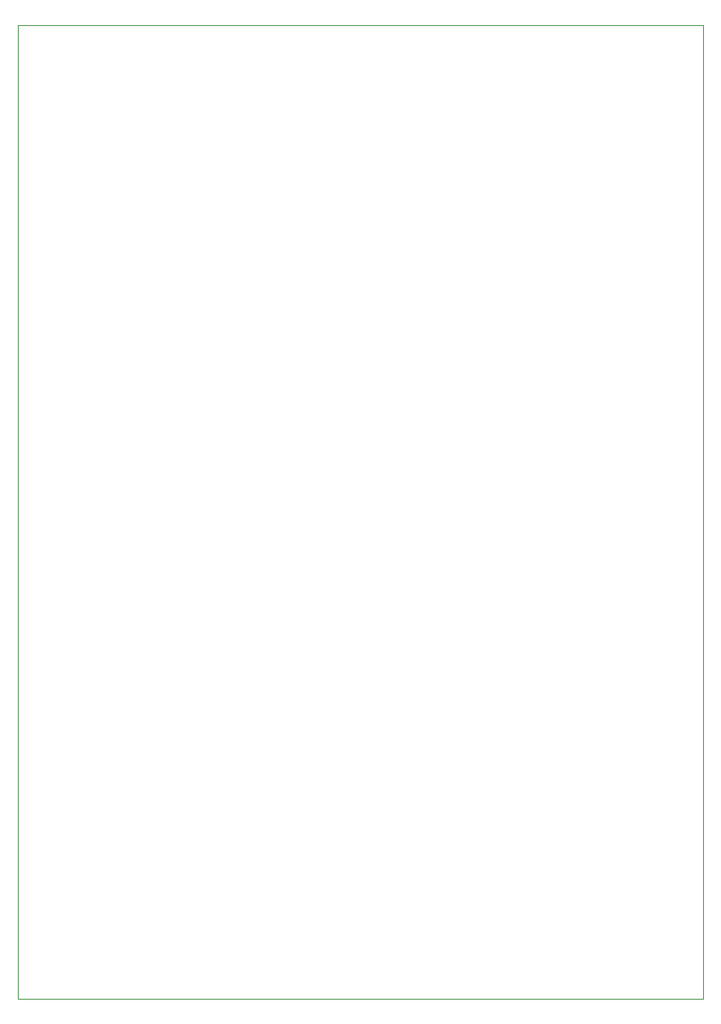
<source format=gbr>
%TF.GenerationSoftware,KiCad,Pcbnew,(6.0.1-0)*%
%TF.CreationDate,2023-01-01T10:50:51-08:00*%
%TF.ProjectId,nucleo_144_hat,6e75636c-656f-45f3-9134-345f6861742e,rev?*%
%TF.SameCoordinates,Original*%
%TF.FileFunction,Profile,NP*%
%FSLAX46Y46*%
G04 Gerber Fmt 4.6, Leading zero omitted, Abs format (unit mm)*
G04 Created by KiCad (PCBNEW (6.0.1-0)) date 2023-01-01 10:50:51*
%MOMM*%
%LPD*%
G01*
G04 APERTURE LIST*
%TA.AperFunction,Profile*%
%ADD10C,0.100000*%
%TD*%
G04 APERTURE END LIST*
D10*
X111760000Y-152577800D02*
X183261000Y-152577800D01*
X183261000Y-152577800D02*
X183261000Y-51079400D01*
X183261000Y-51079400D02*
X111760000Y-51079400D01*
X111760000Y-51079400D02*
X111760000Y-152577800D01*
M02*

</source>
